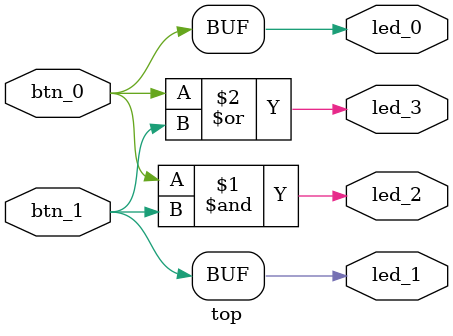
<source format=v>
module top
(
    input  btn_0,
    input  btn_1,

    output led_0,
    output led_1,
    output led_2,
    output led_3
);

    assign led_0 = btn_0;
    assign led_1 = btn_1;
    assign led_2 = btn_0 & btn_1;
    assign led_3 = btn_0 | btn_1;

endmodule

</source>
